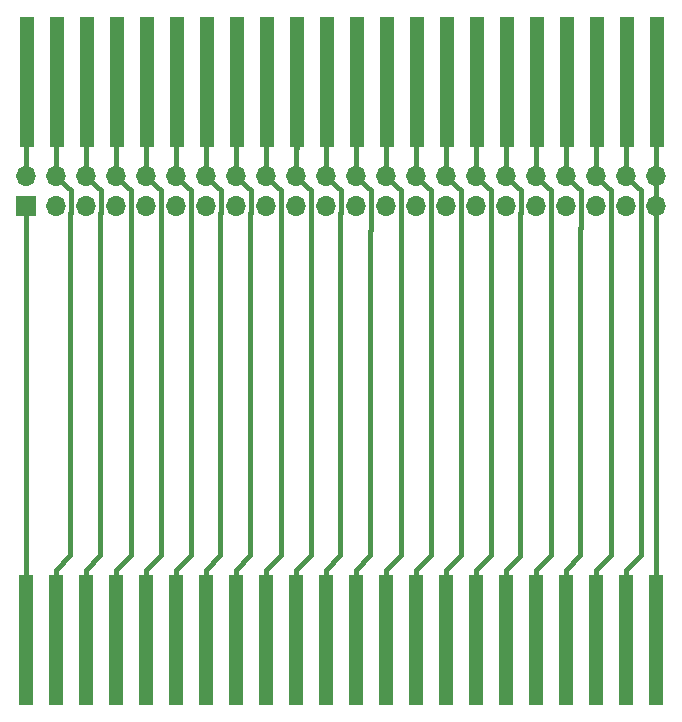
<source format=gbr>
G04 #@! TF.GenerationSoftware,KiCad,Pcbnew,(5.1.2-1)-1*
G04 #@! TF.CreationDate,2022-07-30T23:38:52+02:00*
G04 #@! TF.ProjectId,ElectronBreakOut,456c6563-7472-46f6-9e42-7265616b4f75,rev?*
G04 #@! TF.SameCoordinates,Original*
G04 #@! TF.FileFunction,Copper,L2,Bot*
G04 #@! TF.FilePolarity,Positive*
%FSLAX46Y46*%
G04 Gerber Fmt 4.6, Leading zero omitted, Abs format (unit mm)*
G04 Created by KiCad (PCBNEW (5.1.2-1)-1) date 2022-07-30 23:38:52*
%MOMM*%
%LPD*%
G04 APERTURE LIST*
%ADD10R,1.270000X11.000000*%
%ADD11O,1.700000X1.700000*%
%ADD12R,1.700000X1.700000*%
%ADD13C,0.400000*%
G04 APERTURE END LIST*
D10*
X177292000Y-124714000D03*
X174752000Y-124714000D03*
X172212000Y-124714000D03*
X169672000Y-124714000D03*
X167132000Y-124714000D03*
X164592000Y-124714000D03*
X162052000Y-124714000D03*
X159512000Y-124714000D03*
X156972000Y-124714000D03*
X154432000Y-124714000D03*
X151892000Y-124714000D03*
X149352000Y-124714000D03*
X146812000Y-124714000D03*
X144272000Y-124714000D03*
X141732000Y-124714000D03*
X139192000Y-124714000D03*
X136652000Y-124714000D03*
X134112000Y-124714000D03*
X131572000Y-124714000D03*
X129032000Y-124714000D03*
X126492000Y-124714000D03*
X123952000Y-124714000D03*
X177380000Y-77470000D03*
X174840000Y-77470000D03*
X172300000Y-77470000D03*
X169760000Y-77470000D03*
X167220000Y-77470000D03*
X164680000Y-77470000D03*
X162140000Y-77470000D03*
X159600000Y-77470000D03*
X157060000Y-77470000D03*
X154520000Y-77470000D03*
X151980000Y-77470000D03*
X149440000Y-77470000D03*
X146900000Y-77470000D03*
X144360000Y-77470000D03*
X141820000Y-77470000D03*
X139280000Y-77470000D03*
X136740000Y-77470000D03*
X134200000Y-77470000D03*
X131660000Y-77470000D03*
X129120000Y-77470000D03*
X126580000Y-77470000D03*
X124040000Y-77470000D03*
D11*
X177340000Y-85410000D03*
X177340000Y-87950000D03*
X174800000Y-85410000D03*
X174800000Y-87950000D03*
X172260000Y-85410000D03*
X172260000Y-87950000D03*
X169720000Y-85410000D03*
X169720000Y-87950000D03*
X167180000Y-85410000D03*
X167180000Y-87950000D03*
X164640000Y-85410000D03*
X164640000Y-87950000D03*
X162100000Y-85410000D03*
X162100000Y-87950000D03*
X159560000Y-85410000D03*
X159560000Y-87950000D03*
X157020000Y-85410000D03*
X157020000Y-87950000D03*
X154480000Y-85410000D03*
X154480000Y-87950000D03*
X151940000Y-85410000D03*
X151940000Y-87950000D03*
X149400000Y-85410000D03*
X149400000Y-87950000D03*
X146860000Y-85410000D03*
X146860000Y-87950000D03*
X144320000Y-85410000D03*
X144320000Y-87950000D03*
X141780000Y-85410000D03*
X141780000Y-87950000D03*
X139240000Y-85410000D03*
X139240000Y-87950000D03*
X136700000Y-85410000D03*
X136700000Y-87950000D03*
X134160000Y-85410000D03*
X134160000Y-87950000D03*
X131620000Y-85410000D03*
X131620000Y-87950000D03*
X129080000Y-85410000D03*
X129080000Y-87950000D03*
X126540000Y-85410000D03*
X126540000Y-87950000D03*
X124000000Y-85410000D03*
D12*
X124000000Y-87950000D03*
D13*
X177292000Y-87998000D02*
X177340000Y-87950000D01*
X177292000Y-124714000D02*
X177292000Y-87998000D01*
X177340000Y-87950000D02*
X177340000Y-85410000D01*
X177340000Y-77510000D02*
X177380000Y-77470000D01*
X177340000Y-85410000D02*
X177340000Y-77510000D01*
X174752000Y-77558000D02*
X174840000Y-77470000D01*
X176041999Y-117524001D02*
X176041999Y-94507999D01*
X174752000Y-118814000D02*
X176041999Y-117524001D01*
X174752000Y-124714000D02*
X174752000Y-118814000D01*
X175649999Y-86259999D02*
X174800000Y-85410000D01*
X176050001Y-86660001D02*
X175649999Y-86259999D01*
X176050001Y-94499997D02*
X176050001Y-86660001D01*
X176041999Y-94507999D02*
X176050001Y-94499997D01*
X174800000Y-77510000D02*
X174840000Y-77470000D01*
X174800000Y-85410000D02*
X174800000Y-77510000D01*
X173501999Y-117524001D02*
X173501999Y-94507999D01*
X172212000Y-118814000D02*
X173501999Y-117524001D01*
X172212000Y-124714000D02*
X172212000Y-118814000D01*
X173510001Y-94499997D02*
X173510001Y-86660001D01*
X173109999Y-86259999D02*
X172260000Y-85410000D01*
X173510001Y-86660001D02*
X173109999Y-86259999D01*
X173501999Y-94507999D02*
X173510001Y-94499997D01*
X172260000Y-77510000D02*
X172300000Y-77470000D01*
X172260000Y-85410000D02*
X172260000Y-77510000D01*
X169672000Y-77558000D02*
X169760000Y-77470000D01*
X170970001Y-86660001D02*
X170569999Y-86259999D01*
X170970001Y-89824001D02*
X170970001Y-86660001D01*
X170922001Y-89872001D02*
X170970001Y-89824001D01*
X170922001Y-117563999D02*
X170922001Y-89872001D01*
X170569999Y-86259999D02*
X169720000Y-85410000D01*
X169672000Y-118814000D02*
X170922001Y-117563999D01*
X169672000Y-124714000D02*
X169672000Y-118814000D01*
X169720000Y-77510000D02*
X169760000Y-77470000D01*
X169720000Y-85410000D02*
X169720000Y-77510000D01*
X168421999Y-117524001D02*
X168421999Y-94507999D01*
X167132000Y-118814000D02*
X168421999Y-117524001D01*
X167132000Y-124714000D02*
X167132000Y-118814000D01*
X168029999Y-86259999D02*
X167180000Y-85410000D01*
X168430001Y-86660001D02*
X168029999Y-86259999D01*
X168430001Y-94499997D02*
X168430001Y-86660001D01*
X168421999Y-94507999D02*
X168430001Y-94499997D01*
X167180000Y-77510000D02*
X167220000Y-77470000D01*
X167180000Y-85410000D02*
X167180000Y-77510000D01*
X164592000Y-77558000D02*
X164680000Y-77470000D01*
X165489999Y-86259999D02*
X164640000Y-85410000D01*
X165890001Y-88550001D02*
X165890001Y-86660001D01*
X164592000Y-118814000D02*
X165813999Y-117592001D01*
X165842001Y-88598001D02*
X165890001Y-88550001D01*
X165842001Y-117592001D02*
X165842001Y-88598001D01*
X165890001Y-86660001D02*
X165489999Y-86259999D01*
X165813999Y-117592001D02*
X165842001Y-117592001D01*
X164592000Y-124714000D02*
X164592000Y-118814000D01*
X164640000Y-77510000D02*
X164680000Y-77470000D01*
X164640000Y-85410000D02*
X164640000Y-77510000D01*
X162052000Y-118814000D02*
X163341999Y-117524001D01*
X163341999Y-117524001D02*
X163341999Y-94507999D01*
X162052000Y-124714000D02*
X162052000Y-118814000D01*
X162949999Y-86259999D02*
X162100000Y-85410000D01*
X163350001Y-86660001D02*
X162949999Y-86259999D01*
X163350001Y-94499997D02*
X163350001Y-86660001D01*
X163341999Y-94507999D02*
X163350001Y-94499997D01*
X162100000Y-77510000D02*
X162140000Y-77470000D01*
X162100000Y-85410000D02*
X162100000Y-77510000D01*
X159512000Y-77558000D02*
X159600000Y-77470000D01*
X160409999Y-86259999D02*
X159560000Y-85410000D01*
X160810001Y-86660001D02*
X160409999Y-86259999D01*
X159512000Y-118814000D02*
X160801999Y-117524001D01*
X160810001Y-88550001D02*
X160810001Y-86660001D01*
X160801999Y-117524001D02*
X160801999Y-88558003D01*
X160801999Y-88558003D02*
X160810001Y-88550001D01*
X159512000Y-124714000D02*
X159512000Y-118814000D01*
X159560000Y-77510000D02*
X159600000Y-77470000D01*
X159560000Y-85410000D02*
X159560000Y-77510000D01*
X157869999Y-86259999D02*
X157020000Y-85410000D01*
X158270001Y-86660001D02*
X157869999Y-86259999D01*
X156972000Y-124714000D02*
X156972000Y-118814000D01*
X158270001Y-89809999D02*
X158270001Y-86660001D01*
X158250000Y-117536000D02*
X158250000Y-89830000D01*
X158250000Y-89830000D02*
X158270001Y-89809999D01*
X156972000Y-118814000D02*
X158250000Y-117536000D01*
X157020000Y-77510000D02*
X157060000Y-77470000D01*
X157020000Y-85410000D02*
X157020000Y-77510000D01*
X154432000Y-77558000D02*
X154520000Y-77470000D01*
X155329999Y-86259999D02*
X154480000Y-85410000D01*
X155700000Y-89820000D02*
X155730001Y-89789999D01*
X155700000Y-117546000D02*
X155700000Y-89820000D01*
X155730001Y-89789999D02*
X155730001Y-86660001D01*
X155730001Y-86660001D02*
X155329999Y-86259999D01*
X154432000Y-118814000D02*
X155700000Y-117546000D01*
X154432000Y-124714000D02*
X154432000Y-118814000D01*
X154480000Y-77510000D02*
X154520000Y-77470000D01*
X154480000Y-85410000D02*
X154480000Y-77510000D01*
X152789999Y-86259999D02*
X151940000Y-85410000D01*
X153190001Y-86660001D02*
X152789999Y-86259999D01*
X151892000Y-118814000D02*
X153142001Y-117563999D01*
X153190001Y-90044001D02*
X153190001Y-86660001D01*
X153142001Y-90092001D02*
X153190001Y-90044001D01*
X153142001Y-117563999D02*
X153142001Y-90092001D01*
X151892000Y-124714000D02*
X151892000Y-118814000D01*
X151940000Y-77510000D02*
X151980000Y-77470000D01*
X151940000Y-85410000D02*
X151940000Y-77510000D01*
X149352000Y-77558000D02*
X149440000Y-77470000D01*
X149352000Y-118814000D02*
X150575000Y-117525000D01*
X149352000Y-124714000D02*
X149352000Y-118814000D01*
X150249999Y-86259999D02*
X149400000Y-85410000D01*
X150650001Y-86660001D02*
X150249999Y-86259999D01*
X150650001Y-88550001D02*
X150650001Y-86660001D01*
X150602001Y-88598001D02*
X150650001Y-88550001D01*
X150602001Y-117502001D02*
X150602001Y-88598001D01*
X149400000Y-77510000D02*
X149440000Y-77470000D01*
X149400000Y-85410000D02*
X149400000Y-77510000D01*
X148101999Y-117524001D02*
X148101999Y-94507999D01*
X146812000Y-118814000D02*
X148101999Y-117524001D01*
X146812000Y-124714000D02*
X146812000Y-118814000D01*
X147709999Y-86259999D02*
X146860000Y-85410000D01*
X148110001Y-86660001D02*
X147709999Y-86259999D01*
X148110001Y-94499997D02*
X148110001Y-86660001D01*
X148101999Y-94507999D02*
X148110001Y-94499997D01*
X146860000Y-85410000D02*
X146860000Y-83110000D01*
X146900000Y-83070000D02*
X146900000Y-77470000D01*
X146860000Y-83110000D02*
X146900000Y-83070000D01*
X144272000Y-77558000D02*
X144360000Y-77470000D01*
X145561999Y-117524001D02*
X145561999Y-94507999D01*
X144272000Y-118814000D02*
X145561999Y-117524001D01*
X144272000Y-124714000D02*
X144272000Y-118814000D01*
X145169999Y-86259999D02*
X144320000Y-85410000D01*
X145570001Y-86660001D02*
X145169999Y-86259999D01*
X145570001Y-94499997D02*
X145570001Y-86660001D01*
X145561999Y-94507999D02*
X145570001Y-94499997D01*
X144320000Y-77510000D02*
X144360000Y-77470000D01*
X144320000Y-85410000D02*
X144320000Y-77510000D01*
X143030001Y-86660001D02*
X142629999Y-86259999D01*
X142982001Y-88598001D02*
X143030001Y-88550001D01*
X142982001Y-117563999D02*
X142982001Y-88598001D01*
X141732000Y-118814000D02*
X142982001Y-117563999D01*
X142629999Y-86259999D02*
X141780000Y-85410000D01*
X143030001Y-88550001D02*
X143030001Y-86660001D01*
X141732000Y-124714000D02*
X141732000Y-118814000D01*
X141780000Y-77510000D02*
X141820000Y-77470000D01*
X141780000Y-85410000D02*
X141780000Y-77510000D01*
X140490001Y-88550001D02*
X140490001Y-86660001D01*
X140089999Y-86259999D02*
X139240000Y-85410000D01*
X140442001Y-88598001D02*
X140490001Y-88550001D01*
X140442001Y-117563999D02*
X140442001Y-88598001D01*
X140490001Y-86660001D02*
X140089999Y-86259999D01*
X139192000Y-118814000D02*
X140442001Y-117563999D01*
X139192000Y-124714000D02*
X139192000Y-118814000D01*
X139240000Y-77510000D02*
X139280000Y-77470000D01*
X139240000Y-85410000D02*
X139240000Y-77510000D01*
X137941999Y-117524001D02*
X137941999Y-94507999D01*
X136652000Y-118814000D02*
X137941999Y-117524001D01*
X136652000Y-124714000D02*
X136652000Y-118814000D01*
X137950001Y-86660001D02*
X137549999Y-86259999D01*
X137549999Y-86259999D02*
X136700000Y-85410000D01*
X137950001Y-94499997D02*
X137950001Y-86660001D01*
X137941999Y-94507999D02*
X137950001Y-94499997D01*
X136700000Y-77510000D02*
X136740000Y-77470000D01*
X136700000Y-85410000D02*
X136700000Y-77510000D01*
X134112000Y-118814000D02*
X135401999Y-117524001D01*
X134112000Y-124714000D02*
X134112000Y-118814000D01*
X135401999Y-117524001D02*
X135401999Y-95151999D01*
X135401999Y-95151999D02*
X135401999Y-94507999D01*
X135009999Y-86259999D02*
X134160000Y-85410000D01*
X135410001Y-88643997D02*
X135410001Y-86660001D01*
X135401999Y-88651999D02*
X135410001Y-88643997D01*
X135410001Y-86660001D02*
X135009999Y-86259999D01*
X135401999Y-95151999D02*
X135401999Y-88651999D01*
X135401999Y-88651999D02*
X135401999Y-88098001D01*
X134160000Y-77510000D02*
X134200000Y-77470000D01*
X134160000Y-85410000D02*
X134160000Y-77510000D01*
X132469999Y-86259999D02*
X131620000Y-85410000D01*
X132870001Y-86660001D02*
X132469999Y-86259999D01*
X132870001Y-89833997D02*
X132870001Y-86660001D01*
X132861999Y-89841999D02*
X132870001Y-89833997D01*
X132861999Y-117524001D02*
X132861999Y-89841999D01*
X131572000Y-118814000D02*
X132861999Y-117524001D01*
X131572000Y-124714000D02*
X131572000Y-118814000D01*
X131620000Y-77510000D02*
X131660000Y-77470000D01*
X131620000Y-85410000D02*
X131620000Y-77510000D01*
X130330001Y-86660001D02*
X129929999Y-86259999D01*
X130330001Y-88550001D02*
X130330001Y-86660001D01*
X129929999Y-86259999D02*
X129080000Y-85410000D01*
X130282001Y-88598001D02*
X130330001Y-88550001D01*
X130282001Y-117563999D02*
X130282001Y-88598001D01*
X129032000Y-118814000D02*
X130282001Y-117563999D01*
X129032000Y-124714000D02*
X129032000Y-118814000D01*
X129080000Y-77510000D02*
X129120000Y-77470000D01*
X129080000Y-85410000D02*
X129080000Y-77510000D01*
X127389999Y-86259999D02*
X126540000Y-85410000D01*
X127790001Y-88550001D02*
X127790001Y-86660001D01*
X127790001Y-86660001D02*
X127389999Y-86259999D01*
X127742001Y-117563999D02*
X127742001Y-88598001D01*
X126492000Y-118814000D02*
X127742001Y-117563999D01*
X127742001Y-88598001D02*
X127790001Y-88550001D01*
X126492000Y-124714000D02*
X126492000Y-118814000D01*
X126540000Y-77510000D02*
X126580000Y-77470000D01*
X126540000Y-85410000D02*
X126540000Y-77510000D01*
X123952000Y-87998000D02*
X124000000Y-87950000D01*
X123952000Y-124714000D02*
X123952000Y-87998000D01*
X124000000Y-77510000D02*
X124040000Y-77470000D01*
X124000000Y-85410000D02*
X124000000Y-77510000D01*
M02*

</source>
